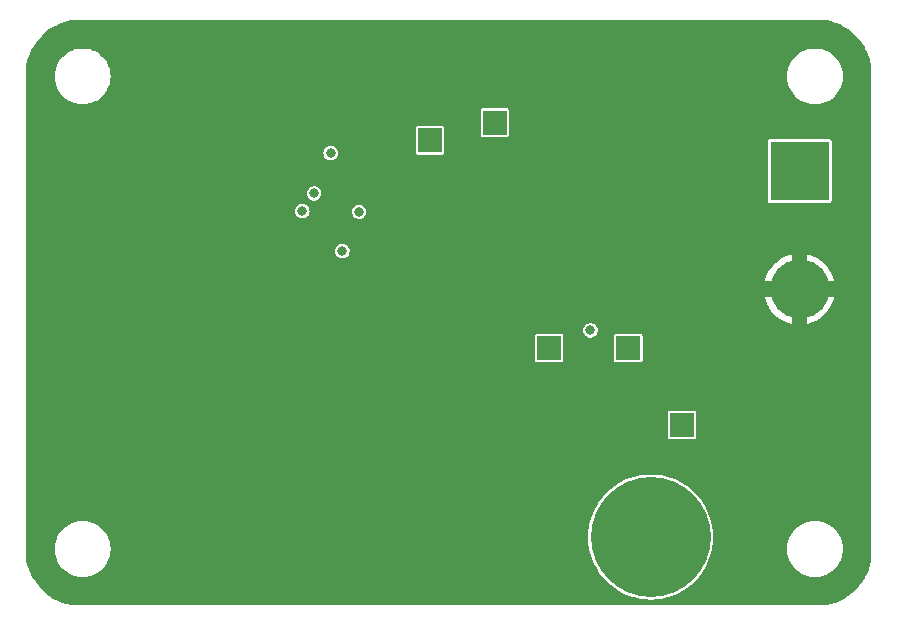
<source format=gbr>
%TF.GenerationSoftware,KiCad,Pcbnew,(6.0.8)*%
%TF.CreationDate,2023-02-10T11:33:07+01:00*%
%TF.ProjectId,power supply prototype,706f7765-7220-4737-9570-706c79207072,rev?*%
%TF.SameCoordinates,Original*%
%TF.FileFunction,Copper,L4,Bot*%
%TF.FilePolarity,Positive*%
%FSLAX46Y46*%
G04 Gerber Fmt 4.6, Leading zero omitted, Abs format (unit mm)*
G04 Created by KiCad (PCBNEW (6.0.8)) date 2023-02-10 11:33:07*
%MOMM*%
%LPD*%
G01*
G04 APERTURE LIST*
%TA.AperFunction,ComponentPad*%
%ADD10R,2.000000X2.000000*%
%TD*%
%TA.AperFunction,ComponentPad*%
%ADD11R,5.000000X5.000000*%
%TD*%
%TA.AperFunction,ComponentPad*%
%ADD12O,5.000000X5.000000*%
%TD*%
%TA.AperFunction,ComponentPad*%
%ADD13C,10.160000*%
%TD*%
%TA.AperFunction,ViaPad*%
%ADD14C,0.800000*%
%TD*%
G04 APERTURE END LIST*
D10*
%TO.P,TP4,1,1*%
%TO.N,/power supply/COMP*%
X134400000Y-78400000D03*
%TD*%
%TO.P,TP1,1,1*%
%TO.N,+BATT*%
X139900000Y-76900000D03*
%TD*%
%TO.P,TP5,1,1*%
%TO.N,Net-(L1-Pad2)*%
X144500000Y-96000000D03*
%TD*%
%TO.P,TP3,1,1*%
%TO.N,+5V*%
X155750000Y-102500000D03*
%TD*%
%TO.P,TP2,1,1*%
%TO.N,+5V*%
X151200000Y-96000000D03*
%TD*%
D11*
%TO.P,XT60_1,1,Pin_1*%
%TO.N,Net-(Drpp1-Pad2)*%
X165700000Y-81000000D03*
D12*
%TO.P,XT60_1,2,Pin_2*%
%TO.N,-BATT*%
X165700000Y-91000000D03*
%TD*%
D13*
%TO.P,J1,1,Pin_1*%
%TO.N,-BATT*%
X123130000Y-112000000D03*
%TO.P,J1,2,Pin_2*%
%TO.N,+5V*%
X153100000Y-112000000D03*
%TD*%
D14*
%TO.N,-BATT*%
X138500000Y-90000000D03*
X126400000Y-86800000D03*
X136750000Y-79500000D03*
X138500000Y-88750000D03*
X128500000Y-86800000D03*
X136750000Y-77750000D03*
X134750000Y-90000000D03*
X137250000Y-88750000D03*
X134750000Y-88750000D03*
X126900000Y-86000000D03*
X133400000Y-75900000D03*
X139500000Y-87750000D03*
X133500000Y-88750000D03*
X136700000Y-75900000D03*
X136000000Y-88750000D03*
X139500000Y-88750000D03*
X136000000Y-90000000D03*
X129000000Y-86000000D03*
X137250000Y-87750000D03*
X134750000Y-87750000D03*
X133500000Y-87750000D03*
X125800000Y-85900000D03*
X127400000Y-86800000D03*
X125300000Y-86700000D03*
X138500000Y-87750000D03*
X137250000Y-90000000D03*
X132100000Y-81200000D03*
X136000000Y-87750000D03*
X136800000Y-81800000D03*
X127900000Y-86000000D03*
%TO.N,/power supply/LX*%
X127000000Y-87800000D03*
X123600000Y-84400000D03*
%TO.N,+5V*%
X126000000Y-79500000D03*
X148000000Y-94500000D03*
%TO.N,/power supply/RESET*%
X124600000Y-82900000D03*
X128399248Y-84454917D03*
%TD*%
%TA.AperFunction,Conductor*%
%TO.N,-BATT*%
G36*
X167954854Y-68210550D02*
G01*
X167957286Y-68211646D01*
X167964113Y-68211474D01*
X167964119Y-68211475D01*
X167964197Y-68211473D01*
X167965455Y-68211608D01*
X167974977Y-68212559D01*
X167975758Y-68212717D01*
X167991462Y-68214406D01*
X168353278Y-68302716D01*
X168361668Y-68305141D01*
X168742622Y-68432822D01*
X168750778Y-68435943D01*
X169104228Y-68588470D01*
X169119670Y-68595134D01*
X169127536Y-68598928D01*
X169481765Y-68788506D01*
X169489285Y-68792946D01*
X169826366Y-69011580D01*
X169833488Y-69016636D01*
X170151042Y-69262784D01*
X170157710Y-69268417D01*
X170453494Y-69540343D01*
X170459657Y-69546506D01*
X170731580Y-69842286D01*
X170737216Y-69848958D01*
X170983364Y-70166512D01*
X170988420Y-70173634D01*
X171207054Y-70510715D01*
X171211491Y-70518230D01*
X171284869Y-70655337D01*
X171401072Y-70872464D01*
X171404865Y-70880328D01*
X171526674Y-71162593D01*
X171564057Y-71249221D01*
X171567178Y-71257378D01*
X171694859Y-71638332D01*
X171697284Y-71646722D01*
X171785464Y-72008003D01*
X171786992Y-72022447D01*
X171787508Y-72025052D01*
X171788423Y-72034377D01*
X171788205Y-72041974D01*
X171789439Y-72044736D01*
X171789493Y-72045289D01*
X171787215Y-89282935D01*
X171783955Y-113948817D01*
X171783908Y-113949282D01*
X171782803Y-113951735D01*
X171782976Y-113958609D01*
X171782975Y-113958616D01*
X171782976Y-113958647D01*
X171782921Y-113959162D01*
X171781899Y-113969379D01*
X171781733Y-113970200D01*
X171780043Y-113985913D01*
X171691731Y-114347724D01*
X171689306Y-114356113D01*
X171561621Y-114737071D01*
X171558503Y-114745220D01*
X171558502Y-114745224D01*
X171558500Y-114745228D01*
X171399311Y-115114109D01*
X171395517Y-115121976D01*
X171341947Y-115222072D01*
X171205932Y-115476217D01*
X171205931Y-115476218D01*
X171201491Y-115483737D01*
X171033434Y-115742839D01*
X170982858Y-115820814D01*
X170977803Y-115827933D01*
X170731662Y-116145476D01*
X170731657Y-116145482D01*
X170726027Y-116152147D01*
X170554180Y-116339072D01*
X170454110Y-116447922D01*
X170447935Y-116454098D01*
X170152137Y-116726038D01*
X170145502Y-116731642D01*
X169827921Y-116977813D01*
X169820814Y-116982858D01*
X169483737Y-117201490D01*
X169476218Y-117205930D01*
X169121966Y-117395522D01*
X169114117Y-117399307D01*
X168745224Y-117558502D01*
X168737067Y-117561623D01*
X168356116Y-117689305D01*
X168347727Y-117691730D01*
X167986448Y-117779913D01*
X167971994Y-117781443D01*
X167969358Y-117781965D01*
X167960100Y-117782873D01*
X167952473Y-117782655D01*
X167949698Y-117783894D01*
X167949139Y-117783949D01*
X104051168Y-117783949D01*
X104050706Y-117783903D01*
X104048265Y-117782803D01*
X104041413Y-117782975D01*
X104041412Y-117782975D01*
X104041353Y-117782976D01*
X104040396Y-117782873D01*
X104030594Y-117781894D01*
X104029795Y-117781733D01*
X104014087Y-117780043D01*
X103652276Y-117691731D01*
X103643887Y-117689306D01*
X103262929Y-117561621D01*
X103254777Y-117558502D01*
X103098968Y-117491263D01*
X102885891Y-117399311D01*
X102878024Y-117395517D01*
X102523782Y-117205931D01*
X102516262Y-117201490D01*
X102179186Y-116982858D01*
X102172065Y-116977802D01*
X102170851Y-116976861D01*
X101854512Y-116731652D01*
X101847847Y-116726022D01*
X101712509Y-116601600D01*
X101552077Y-116454109D01*
X101545902Y-116447935D01*
X101544508Y-116446418D01*
X101273962Y-116152137D01*
X101268358Y-116145502D01*
X101022187Y-115827921D01*
X101017142Y-115820814D01*
X100798510Y-115483737D01*
X100794069Y-115476217D01*
X100756266Y-115405583D01*
X100604478Y-115121966D01*
X100600693Y-115114117D01*
X100441497Y-114745222D01*
X100438377Y-114737067D01*
X100310695Y-114356116D01*
X100308270Y-114347727D01*
X100220087Y-113986448D01*
X100218557Y-113971994D01*
X100218035Y-113969358D01*
X100217127Y-113960100D01*
X100217345Y-113952473D01*
X100216106Y-113949698D01*
X100216051Y-113949139D01*
X100216051Y-113000000D01*
X102634435Y-113000000D01*
X102654673Y-113308768D01*
X102655337Y-113312104D01*
X102655337Y-113312107D01*
X102666970Y-113370587D01*
X102715040Y-113612253D01*
X102814503Y-113905263D01*
X102951361Y-114182782D01*
X103123271Y-114440065D01*
X103327293Y-114672707D01*
X103559935Y-114876729D01*
X103817218Y-115048639D01*
X103820264Y-115050141D01*
X103820269Y-115050144D01*
X103949975Y-115114108D01*
X104094737Y-115185497D01*
X104387747Y-115284960D01*
X104391082Y-115285623D01*
X104391088Y-115285625D01*
X104687893Y-115344663D01*
X104687896Y-115344663D01*
X104691232Y-115345327D01*
X104922724Y-115360500D01*
X105077276Y-115360500D01*
X105308768Y-115345327D01*
X105312104Y-115344663D01*
X105312107Y-115344663D01*
X105608912Y-115285625D01*
X105608918Y-115285623D01*
X105612253Y-115284960D01*
X105905263Y-115185497D01*
X106050025Y-115114108D01*
X106179731Y-115050144D01*
X106179736Y-115050141D01*
X106182782Y-115048639D01*
X106440065Y-114876729D01*
X106672707Y-114672707D01*
X106876729Y-114440065D01*
X106935590Y-114351974D01*
X107046748Y-114185613D01*
X107046749Y-114185612D01*
X107048639Y-114182783D01*
X107185497Y-113905263D01*
X107284960Y-113612253D01*
X107333031Y-113370587D01*
X107344663Y-113312107D01*
X107344663Y-113312104D01*
X107345327Y-113308768D01*
X107365565Y-113000000D01*
X107345327Y-112691232D01*
X107284960Y-112387747D01*
X107185497Y-112094737D01*
X107138778Y-112000000D01*
X147804460Y-112000000D01*
X147824611Y-112461537D01*
X147884911Y-112919561D01*
X147984901Y-113370587D01*
X148123820Y-113811181D01*
X148300611Y-114237992D01*
X148301656Y-114240000D01*
X148301660Y-114240008D01*
X148512878Y-114645754D01*
X148512883Y-114645763D01*
X148513928Y-114647770D01*
X148762148Y-115037397D01*
X148763522Y-115039188D01*
X148763530Y-115039199D01*
X149041998Y-115402105D01*
X149043381Y-115403907D01*
X149355488Y-115744512D01*
X149696093Y-116056619D01*
X149697891Y-116057999D01*
X149697895Y-116058002D01*
X150060801Y-116336470D01*
X150060812Y-116336478D01*
X150062603Y-116337852D01*
X150452230Y-116586072D01*
X150454237Y-116587117D01*
X150454246Y-116587122D01*
X150859992Y-116798340D01*
X150860000Y-116798344D01*
X150862008Y-116799389D01*
X151288819Y-116976180D01*
X151290973Y-116976859D01*
X151290978Y-116976861D01*
X151603506Y-117075401D01*
X151729413Y-117115099D01*
X152180439Y-117215089D01*
X152182683Y-117215384D01*
X152182692Y-117215386D01*
X152376484Y-117240899D01*
X152638463Y-117275389D01*
X153100000Y-117295540D01*
X153102267Y-117295441D01*
X153559270Y-117275488D01*
X153561537Y-117275389D01*
X153823516Y-117240899D01*
X154017308Y-117215386D01*
X154017317Y-117215384D01*
X154019561Y-117215089D01*
X154470587Y-117115099D01*
X154596494Y-117075401D01*
X154909022Y-116976861D01*
X154909027Y-116976859D01*
X154911181Y-116976180D01*
X155337992Y-116799389D01*
X155340000Y-116798344D01*
X155340008Y-116798340D01*
X155745754Y-116587122D01*
X155745763Y-116587117D01*
X155747770Y-116586072D01*
X156137397Y-116337852D01*
X156139188Y-116336478D01*
X156139199Y-116336470D01*
X156502105Y-116058002D01*
X156502109Y-116057999D01*
X156503907Y-116056619D01*
X156844512Y-115744512D01*
X157156619Y-115403907D01*
X157158002Y-115402105D01*
X157436470Y-115039199D01*
X157436478Y-115039188D01*
X157437852Y-115037397D01*
X157686072Y-114647770D01*
X157687117Y-114645763D01*
X157687122Y-114645754D01*
X157898340Y-114240008D01*
X157898344Y-114240000D01*
X157899389Y-114237992D01*
X158076180Y-113811181D01*
X158215099Y-113370587D01*
X158297256Y-113000000D01*
X164634435Y-113000000D01*
X164654673Y-113308768D01*
X164655337Y-113312104D01*
X164655337Y-113312107D01*
X164666970Y-113370587D01*
X164715040Y-113612253D01*
X164814503Y-113905263D01*
X164951361Y-114182782D01*
X165123271Y-114440065D01*
X165327293Y-114672707D01*
X165559935Y-114876729D01*
X165817218Y-115048639D01*
X165820264Y-115050141D01*
X165820269Y-115050144D01*
X165949975Y-115114108D01*
X166094737Y-115185497D01*
X166387747Y-115284960D01*
X166391082Y-115285623D01*
X166391088Y-115285625D01*
X166687893Y-115344663D01*
X166687896Y-115344663D01*
X166691232Y-115345327D01*
X166922724Y-115360500D01*
X167077276Y-115360500D01*
X167308768Y-115345327D01*
X167312104Y-115344663D01*
X167312107Y-115344663D01*
X167608912Y-115285625D01*
X167608918Y-115285623D01*
X167612253Y-115284960D01*
X167905263Y-115185497D01*
X168050025Y-115114108D01*
X168179731Y-115050144D01*
X168179736Y-115050141D01*
X168182782Y-115048639D01*
X168440065Y-114876729D01*
X168672707Y-114672707D01*
X168876729Y-114440065D01*
X168935590Y-114351974D01*
X169046748Y-114185613D01*
X169046749Y-114185612D01*
X169048639Y-114182783D01*
X169185497Y-113905263D01*
X169284960Y-113612253D01*
X169333031Y-113370587D01*
X169344663Y-113312107D01*
X169344663Y-113312104D01*
X169345327Y-113308768D01*
X169365565Y-113000000D01*
X169345327Y-112691232D01*
X169284960Y-112387747D01*
X169185497Y-112094737D01*
X169048639Y-111817218D01*
X168876729Y-111559935D01*
X168672707Y-111327293D01*
X168440065Y-111123271D01*
X168182782Y-110951361D01*
X168179736Y-110949859D01*
X168179731Y-110949856D01*
X168041685Y-110881779D01*
X167905263Y-110814503D01*
X167612253Y-110715040D01*
X167608918Y-110714377D01*
X167608912Y-110714375D01*
X167312107Y-110655337D01*
X167312104Y-110655337D01*
X167308768Y-110654673D01*
X167077276Y-110639500D01*
X166922724Y-110639500D01*
X166691232Y-110654673D01*
X166687896Y-110655337D01*
X166687893Y-110655337D01*
X166391088Y-110714375D01*
X166391082Y-110714377D01*
X166387747Y-110715040D01*
X166094737Y-110814503D01*
X165958315Y-110881779D01*
X165820269Y-110949856D01*
X165820264Y-110949859D01*
X165817218Y-110951361D01*
X165559935Y-111123271D01*
X165327293Y-111327293D01*
X165123271Y-111559935D01*
X164951361Y-111817217D01*
X164814503Y-112094737D01*
X164715040Y-112387747D01*
X164654673Y-112691232D01*
X164634435Y-113000000D01*
X158297256Y-113000000D01*
X158315089Y-112919561D01*
X158375389Y-112461537D01*
X158395540Y-112000000D01*
X158376450Y-111562766D01*
X158375488Y-111540730D01*
X158375389Y-111538463D01*
X158315089Y-111080439D01*
X158215099Y-110629413D01*
X158076180Y-110188819D01*
X157899389Y-109762008D01*
X157898340Y-109759992D01*
X157687122Y-109354246D01*
X157687117Y-109354237D01*
X157686072Y-109352230D01*
X157437852Y-108962603D01*
X157436478Y-108960812D01*
X157436470Y-108960801D01*
X157158002Y-108597895D01*
X157157999Y-108597891D01*
X157156619Y-108596093D01*
X156844512Y-108255488D01*
X156503907Y-107943381D01*
X156502105Y-107941998D01*
X156139199Y-107663530D01*
X156139188Y-107663522D01*
X156137397Y-107662148D01*
X155747770Y-107413928D01*
X155745763Y-107412883D01*
X155745754Y-107412878D01*
X155340008Y-107201660D01*
X155340000Y-107201656D01*
X155337992Y-107200611D01*
X154911181Y-107023820D01*
X154909027Y-107023141D01*
X154909022Y-107023139D01*
X154472737Y-106885579D01*
X154470587Y-106884901D01*
X154019561Y-106784911D01*
X154017317Y-106784616D01*
X154017308Y-106784614D01*
X153823516Y-106759101D01*
X153561537Y-106724611D01*
X153100000Y-106704460D01*
X152638463Y-106724611D01*
X152376484Y-106759101D01*
X152182692Y-106784614D01*
X152182683Y-106784616D01*
X152180439Y-106784911D01*
X151729413Y-106884901D01*
X151727263Y-106885579D01*
X151290978Y-107023139D01*
X151290973Y-107023141D01*
X151288819Y-107023820D01*
X150862008Y-107200611D01*
X150860000Y-107201656D01*
X150859992Y-107201660D01*
X150454246Y-107412878D01*
X150454237Y-107412883D01*
X150452230Y-107413928D01*
X150062603Y-107662148D01*
X150060812Y-107663522D01*
X150060801Y-107663530D01*
X149697895Y-107941998D01*
X149696093Y-107943381D01*
X149355488Y-108255488D01*
X149043381Y-108596093D01*
X149042001Y-108597891D01*
X149041998Y-108597895D01*
X148763530Y-108960801D01*
X148763522Y-108960812D01*
X148762148Y-108962603D01*
X148513928Y-109352230D01*
X148512883Y-109354237D01*
X148512878Y-109354246D01*
X148301660Y-109759992D01*
X148300611Y-109762008D01*
X148123820Y-110188819D01*
X147984901Y-110629413D01*
X147884911Y-111080439D01*
X147824611Y-111538463D01*
X147824512Y-111540730D01*
X147823550Y-111562766D01*
X147804460Y-112000000D01*
X107138778Y-112000000D01*
X107048639Y-111817218D01*
X106876729Y-111559935D01*
X106672707Y-111327293D01*
X106440065Y-111123271D01*
X106182782Y-110951361D01*
X106179736Y-110949859D01*
X106179731Y-110949856D01*
X106041685Y-110881779D01*
X105905263Y-110814503D01*
X105612253Y-110715040D01*
X105608918Y-110714377D01*
X105608912Y-110714375D01*
X105312107Y-110655337D01*
X105312104Y-110655337D01*
X105308768Y-110654673D01*
X105077276Y-110639500D01*
X104922724Y-110639500D01*
X104691232Y-110654673D01*
X104687896Y-110655337D01*
X104687893Y-110655337D01*
X104391088Y-110714375D01*
X104391082Y-110714377D01*
X104387747Y-110715040D01*
X104094737Y-110814503D01*
X103958315Y-110881779D01*
X103820269Y-110949856D01*
X103820264Y-110949859D01*
X103817218Y-110951361D01*
X103559935Y-111123271D01*
X103327293Y-111327293D01*
X103123271Y-111559935D01*
X102951361Y-111817217D01*
X102814503Y-112094737D01*
X102715040Y-112387747D01*
X102654673Y-112691232D01*
X102634435Y-113000000D01*
X100216051Y-113000000D01*
X100216051Y-101479267D01*
X154539500Y-101479267D01*
X154539501Y-103520732D01*
X154551713Y-103582133D01*
X154557401Y-103590646D01*
X154557402Y-103590648D01*
X154592549Y-103643248D01*
X154598238Y-103651762D01*
X154667867Y-103698287D01*
X154729267Y-103710500D01*
X155749800Y-103710500D01*
X156770732Y-103710499D01*
X156775739Y-103709503D01*
X156775741Y-103709503D01*
X156822088Y-103700285D01*
X156822089Y-103700285D01*
X156832133Y-103698287D01*
X156840646Y-103692599D01*
X156840648Y-103692598D01*
X156893248Y-103657451D01*
X156901762Y-103651762D01*
X156948287Y-103582133D01*
X156960500Y-103520733D01*
X156960499Y-101479268D01*
X156948287Y-101417867D01*
X156942599Y-101409354D01*
X156942598Y-101409352D01*
X156907451Y-101356752D01*
X156901762Y-101348238D01*
X156832133Y-101301713D01*
X156770733Y-101289500D01*
X155750200Y-101289500D01*
X154729268Y-101289501D01*
X154724261Y-101290497D01*
X154724259Y-101290497D01*
X154677912Y-101299715D01*
X154677911Y-101299715D01*
X154667867Y-101301713D01*
X154659354Y-101307401D01*
X154659352Y-101307402D01*
X154659351Y-101307403D01*
X154598238Y-101348238D01*
X154551713Y-101417867D01*
X154539500Y-101479267D01*
X100216051Y-101479267D01*
X100216051Y-94979267D01*
X143289500Y-94979267D01*
X143289501Y-97020732D01*
X143301713Y-97082133D01*
X143307401Y-97090646D01*
X143307402Y-97090648D01*
X143342549Y-97143248D01*
X143348238Y-97151762D01*
X143417867Y-97198287D01*
X143479267Y-97210500D01*
X144499800Y-97210500D01*
X145520732Y-97210499D01*
X145525739Y-97209503D01*
X145525741Y-97209503D01*
X145572088Y-97200285D01*
X145572089Y-97200285D01*
X145582133Y-97198287D01*
X145590646Y-97192599D01*
X145590648Y-97192598D01*
X145643248Y-97157451D01*
X145651762Y-97151762D01*
X145698287Y-97082133D01*
X145710500Y-97020733D01*
X145710499Y-94979268D01*
X145698287Y-94917867D01*
X145692599Y-94909354D01*
X145692598Y-94909352D01*
X145657451Y-94856752D01*
X145651762Y-94848238D01*
X145582133Y-94801713D01*
X145520733Y-94789500D01*
X144500200Y-94789500D01*
X143479268Y-94789501D01*
X143474261Y-94790497D01*
X143474259Y-94790497D01*
X143427912Y-94799715D01*
X143427911Y-94799715D01*
X143417867Y-94801713D01*
X143409354Y-94807401D01*
X143409352Y-94807402D01*
X143409351Y-94807403D01*
X143348238Y-94848238D01*
X143301713Y-94917867D01*
X143289500Y-94979267D01*
X100216051Y-94979267D01*
X100216051Y-94493560D01*
X147385050Y-94493560D01*
X147401265Y-94640432D01*
X147452045Y-94779197D01*
X147455542Y-94784401D01*
X147455543Y-94784403D01*
X147498439Y-94848238D01*
X147534460Y-94901843D01*
X147643751Y-95001291D01*
X147773609Y-95071798D01*
X147916537Y-95109294D01*
X147992614Y-95110489D01*
X148058015Y-95111517D01*
X148058019Y-95111517D01*
X148064283Y-95111615D01*
X148208318Y-95078627D01*
X148340327Y-95012233D01*
X148353139Y-95001291D01*
X148378926Y-94979267D01*
X149989500Y-94979267D01*
X149989501Y-97020732D01*
X150001713Y-97082133D01*
X150007401Y-97090646D01*
X150007402Y-97090648D01*
X150042549Y-97143248D01*
X150048238Y-97151762D01*
X150117867Y-97198287D01*
X150179267Y-97210500D01*
X151199800Y-97210500D01*
X152220732Y-97210499D01*
X152225739Y-97209503D01*
X152225741Y-97209503D01*
X152272088Y-97200285D01*
X152272089Y-97200285D01*
X152282133Y-97198287D01*
X152290646Y-97192599D01*
X152290648Y-97192598D01*
X152343248Y-97157451D01*
X152351762Y-97151762D01*
X152398287Y-97082133D01*
X152410500Y-97020733D01*
X152410499Y-94979268D01*
X152398287Y-94917867D01*
X152392599Y-94909354D01*
X152392598Y-94909352D01*
X152357451Y-94856752D01*
X152351762Y-94848238D01*
X152282133Y-94801713D01*
X152220733Y-94789500D01*
X151200200Y-94789500D01*
X150179268Y-94789501D01*
X150174261Y-94790497D01*
X150174259Y-94790497D01*
X150127912Y-94799715D01*
X150127911Y-94799715D01*
X150117867Y-94801713D01*
X150109354Y-94807401D01*
X150109352Y-94807402D01*
X150109351Y-94807403D01*
X150048238Y-94848238D01*
X150001713Y-94917867D01*
X149989500Y-94979267D01*
X148378926Y-94979267D01*
X148418772Y-94945235D01*
X148452688Y-94916268D01*
X148538915Y-94796271D01*
X148594029Y-94659170D01*
X148614849Y-94512879D01*
X148614984Y-94500000D01*
X148597232Y-94353306D01*
X148545001Y-94215080D01*
X148541453Y-94209917D01*
X148541451Y-94209914D01*
X148464856Y-94098469D01*
X148464855Y-94098468D01*
X148461306Y-94093304D01*
X148350980Y-93995006D01*
X148344092Y-93991359D01*
X148225933Y-93928797D01*
X148225931Y-93928796D01*
X148220391Y-93925863D01*
X148214311Y-93924336D01*
X148214309Y-93924335D01*
X148083157Y-93891392D01*
X148077078Y-93889865D01*
X148070812Y-93889832D01*
X148070810Y-93889832D01*
X148004840Y-93889487D01*
X147929315Y-93889092D01*
X147785634Y-93923587D01*
X147780066Y-93926461D01*
X147780063Y-93926462D01*
X147659899Y-93988483D01*
X147659895Y-93988485D01*
X147654328Y-93991359D01*
X147649604Y-93995480D01*
X147547699Y-94084376D01*
X147547696Y-94084379D01*
X147542978Y-94088495D01*
X147539377Y-94093619D01*
X147539374Y-94093622D01*
X147461617Y-94204259D01*
X147458012Y-94209389D01*
X147404337Y-94347060D01*
X147403519Y-94353275D01*
X147403518Y-94353278D01*
X147402695Y-94359533D01*
X147385050Y-94493560D01*
X100216051Y-94493560D01*
X100216051Y-91664451D01*
X162764420Y-91664451D01*
X162833612Y-91928195D01*
X162835465Y-91933896D01*
X162959295Y-92251507D01*
X162961781Y-92256937D01*
X163121303Y-92558219D01*
X163124404Y-92563339D01*
X163317486Y-92844275D01*
X163321156Y-92849007D01*
X163545258Y-93105901D01*
X163549437Y-93110168D01*
X163801586Y-93339606D01*
X163806223Y-93343361D01*
X164083061Y-93542290D01*
X164088129Y-93545506D01*
X164385986Y-93711291D01*
X164391378Y-93713897D01*
X164706316Y-93844349D01*
X164711980Y-93846321D01*
X165036226Y-93938685D01*
X165047595Y-93936945D01*
X165048311Y-93936237D01*
X165050000Y-93929280D01*
X165050000Y-93922389D01*
X166350000Y-93922389D01*
X166354330Y-93935715D01*
X166354667Y-93935960D01*
X166362780Y-93936491D01*
X166415784Y-93926668D01*
X166421591Y-93925241D01*
X166747406Y-93825007D01*
X166753034Y-93822914D01*
X167065175Y-93685894D01*
X167070503Y-93683179D01*
X167364839Y-93511183D01*
X167369816Y-93507877D01*
X167642435Y-93303188D01*
X167646996Y-93299334D01*
X167894288Y-93064664D01*
X167898370Y-93060316D01*
X168117046Y-92798782D01*
X168120614Y-92793979D01*
X168307773Y-92509055D01*
X168310765Y-92503873D01*
X168463937Y-92199326D01*
X168466317Y-92193826D01*
X168583464Y-91873704D01*
X168585200Y-91867953D01*
X168633681Y-91666017D01*
X168632631Y-91652677D01*
X168623140Y-91650000D01*
X166366471Y-91650000D01*
X166353145Y-91654330D01*
X166350000Y-91658659D01*
X166350000Y-93922389D01*
X165050000Y-93922389D01*
X165050000Y-91666471D01*
X165045670Y-91653145D01*
X165041341Y-91650000D01*
X162777100Y-91650000D01*
X162764721Y-91654022D01*
X162764420Y-91664451D01*
X100216051Y-91664451D01*
X100216051Y-90333870D01*
X162766021Y-90333870D01*
X162767548Y-90347697D01*
X162776235Y-90350000D01*
X165033529Y-90350000D01*
X165046855Y-90345670D01*
X165050000Y-90341341D01*
X165050000Y-90333529D01*
X166350000Y-90333529D01*
X166354330Y-90346855D01*
X166358659Y-90350000D01*
X168623658Y-90350000D01*
X168636984Y-90345670D01*
X168637401Y-90345095D01*
X168637942Y-90337467D01*
X168634003Y-90314902D01*
X168632640Y-90309090D01*
X168535819Y-89982228D01*
X168533787Y-89976585D01*
X168400047Y-89663038D01*
X168397378Y-89657661D01*
X168228480Y-89361549D01*
X168225222Y-89356533D01*
X168023411Y-89081800D01*
X168019589Y-89077180D01*
X167787544Y-88827472D01*
X167783208Y-88823313D01*
X167523989Y-88601919D01*
X167519235Y-88598310D01*
X167236278Y-88408171D01*
X167231126Y-88405124D01*
X166928197Y-88248771D01*
X166922737Y-88246340D01*
X166603836Y-88125837D01*
X166598144Y-88124053D01*
X166365974Y-88065736D01*
X166352805Y-88066633D01*
X166350000Y-88076384D01*
X166350000Y-90333529D01*
X165050000Y-90333529D01*
X165050000Y-88079421D01*
X165045755Y-88066357D01*
X165036489Y-88065896D01*
X164892634Y-88097261D01*
X164886893Y-88098864D01*
X164564368Y-88209289D01*
X164558822Y-88211552D01*
X164251131Y-88358313D01*
X164245893Y-88361193D01*
X163957113Y-88542344D01*
X163952226Y-88545817D01*
X163686184Y-88758957D01*
X163681734Y-88762965D01*
X163441950Y-89005273D01*
X163437993Y-89009761D01*
X163227646Y-89278026D01*
X163224234Y-89282935D01*
X163046106Y-89573613D01*
X163043289Y-89578865D01*
X162899748Y-89888100D01*
X162897553Y-89893643D01*
X162790514Y-90217301D01*
X162788962Y-90223093D01*
X162766021Y-90333870D01*
X100216051Y-90333870D01*
X100216051Y-87793560D01*
X126385050Y-87793560D01*
X126401265Y-87940432D01*
X126433521Y-88028576D01*
X126447178Y-88065896D01*
X126452045Y-88079197D01*
X126455542Y-88084401D01*
X126455543Y-88084403D01*
X126466939Y-88101361D01*
X126534460Y-88201843D01*
X126643751Y-88301291D01*
X126773609Y-88371798D01*
X126916537Y-88409294D01*
X126992614Y-88410489D01*
X127058015Y-88411517D01*
X127058019Y-88411517D01*
X127064283Y-88411615D01*
X127208318Y-88378627D01*
X127340327Y-88312233D01*
X127353139Y-88301291D01*
X127447919Y-88220341D01*
X127452688Y-88216268D01*
X127538915Y-88096271D01*
X127546910Y-88076384D01*
X127591690Y-87964989D01*
X127591690Y-87964987D01*
X127594029Y-87959170D01*
X127614849Y-87812879D01*
X127614984Y-87800000D01*
X127597232Y-87653306D01*
X127545001Y-87515080D01*
X127541453Y-87509917D01*
X127541451Y-87509914D01*
X127464856Y-87398469D01*
X127464855Y-87398468D01*
X127461306Y-87393304D01*
X127350980Y-87295006D01*
X127344092Y-87291359D01*
X127225933Y-87228797D01*
X127225931Y-87228796D01*
X127220391Y-87225863D01*
X127214311Y-87224336D01*
X127214309Y-87224335D01*
X127083157Y-87191392D01*
X127077078Y-87189865D01*
X127070812Y-87189832D01*
X127070810Y-87189832D01*
X127004840Y-87189487D01*
X126929315Y-87189092D01*
X126785634Y-87223587D01*
X126780066Y-87226461D01*
X126780063Y-87226462D01*
X126659899Y-87288483D01*
X126659895Y-87288485D01*
X126654328Y-87291359D01*
X126649604Y-87295480D01*
X126547699Y-87384376D01*
X126547696Y-87384379D01*
X126542978Y-87388495D01*
X126539377Y-87393619D01*
X126539374Y-87393622D01*
X126461617Y-87504259D01*
X126458012Y-87509389D01*
X126404337Y-87647060D01*
X126403519Y-87653275D01*
X126403518Y-87653278D01*
X126402695Y-87659533D01*
X126385050Y-87793560D01*
X100216051Y-87793560D01*
X100216051Y-84393560D01*
X122985050Y-84393560D01*
X123001265Y-84540432D01*
X123052045Y-84679197D01*
X123055542Y-84684401D01*
X123055543Y-84684403D01*
X123096514Y-84745373D01*
X123134460Y-84801843D01*
X123243751Y-84901291D01*
X123373609Y-84971798D01*
X123516537Y-85009294D01*
X123592614Y-85010489D01*
X123658015Y-85011517D01*
X123658019Y-85011517D01*
X123664283Y-85011615D01*
X123808318Y-84978627D01*
X123940327Y-84912233D01*
X123953139Y-84901291D01*
X124047919Y-84820341D01*
X124052688Y-84816268D01*
X124138915Y-84696271D01*
X124169614Y-84619906D01*
X124191690Y-84564989D01*
X124191690Y-84564987D01*
X124194029Y-84559170D01*
X124209783Y-84448477D01*
X127784298Y-84448477D01*
X127800513Y-84595349D01*
X127851293Y-84734114D01*
X127854790Y-84739318D01*
X127854791Y-84739320D01*
X127899640Y-84806061D01*
X127933708Y-84856760D01*
X128042999Y-84956208D01*
X128172857Y-85026715D01*
X128315785Y-85064211D01*
X128391862Y-85065406D01*
X128457263Y-85066434D01*
X128457267Y-85066434D01*
X128463531Y-85066532D01*
X128607566Y-85033544D01*
X128739575Y-84967150D01*
X128752387Y-84956208D01*
X128847167Y-84875258D01*
X128851936Y-84871185D01*
X128938163Y-84751188D01*
X128958194Y-84701361D01*
X128990938Y-84619906D01*
X128990938Y-84619904D01*
X128993277Y-84614087D01*
X129014097Y-84467796D01*
X129014232Y-84454917D01*
X128996480Y-84308223D01*
X128944249Y-84169997D01*
X128940701Y-84164834D01*
X128940699Y-84164831D01*
X128864104Y-84053386D01*
X128864103Y-84053385D01*
X128860554Y-84048221D01*
X128850534Y-84039293D01*
X128754912Y-83954096D01*
X128754910Y-83954095D01*
X128750228Y-83949923D01*
X128743340Y-83946276D01*
X128625181Y-83883714D01*
X128625179Y-83883713D01*
X128619639Y-83880780D01*
X128613559Y-83879253D01*
X128613557Y-83879252D01*
X128482405Y-83846309D01*
X128476326Y-83844782D01*
X128470060Y-83844749D01*
X128470058Y-83844749D01*
X128404088Y-83844404D01*
X128328563Y-83844009D01*
X128184882Y-83878504D01*
X128179314Y-83881378D01*
X128179311Y-83881379D01*
X128059147Y-83943400D01*
X128059143Y-83943402D01*
X128053576Y-83946276D01*
X128048852Y-83950397D01*
X127946947Y-84039293D01*
X127946944Y-84039296D01*
X127942226Y-84043412D01*
X127938625Y-84048536D01*
X127938622Y-84048539D01*
X127860865Y-84159176D01*
X127857260Y-84164306D01*
X127803585Y-84301977D01*
X127802767Y-84308192D01*
X127802766Y-84308195D01*
X127785116Y-84442262D01*
X127784298Y-84448477D01*
X124209783Y-84448477D01*
X124214849Y-84412879D01*
X124214984Y-84400000D01*
X124203874Y-84308195D01*
X124197986Y-84259533D01*
X124197985Y-84259529D01*
X124197232Y-84253306D01*
X124145001Y-84115080D01*
X124141453Y-84109917D01*
X124141451Y-84109914D01*
X124064856Y-83998469D01*
X124064855Y-83998468D01*
X124061306Y-83993304D01*
X124051286Y-83984376D01*
X123955664Y-83899179D01*
X123955662Y-83899178D01*
X123950980Y-83895006D01*
X123944092Y-83891359D01*
X123825933Y-83828797D01*
X123825931Y-83828796D01*
X123820391Y-83825863D01*
X123814311Y-83824336D01*
X123814309Y-83824335D01*
X123683157Y-83791392D01*
X123677078Y-83789865D01*
X123670812Y-83789832D01*
X123670810Y-83789832D01*
X123604840Y-83789487D01*
X123529315Y-83789092D01*
X123385634Y-83823587D01*
X123380066Y-83826461D01*
X123380063Y-83826462D01*
X123259899Y-83888483D01*
X123259895Y-83888485D01*
X123254328Y-83891359D01*
X123249604Y-83895480D01*
X123147699Y-83984376D01*
X123147696Y-83984379D01*
X123142978Y-83988495D01*
X123139377Y-83993619D01*
X123139374Y-83993622D01*
X123061617Y-84104259D01*
X123058012Y-84109389D01*
X123004337Y-84247060D01*
X123003519Y-84253275D01*
X123003518Y-84253278D01*
X122995465Y-84314450D01*
X122985050Y-84393560D01*
X100216051Y-84393560D01*
X100216051Y-82893560D01*
X123985050Y-82893560D01*
X124001265Y-83040432D01*
X124052045Y-83179197D01*
X124055542Y-83184401D01*
X124055543Y-83184403D01*
X124066939Y-83201361D01*
X124134460Y-83301843D01*
X124243751Y-83401291D01*
X124373609Y-83471798D01*
X124516537Y-83509294D01*
X124592614Y-83510489D01*
X124658015Y-83511517D01*
X124658019Y-83511517D01*
X124664283Y-83511615D01*
X124808318Y-83478627D01*
X124940327Y-83412233D01*
X124953139Y-83401291D01*
X125047919Y-83320341D01*
X125052688Y-83316268D01*
X125138915Y-83196271D01*
X125194029Y-83059170D01*
X125214849Y-82912879D01*
X125214984Y-82900000D01*
X125197232Y-82753306D01*
X125145001Y-82615080D01*
X125141453Y-82609917D01*
X125141451Y-82609914D01*
X125064856Y-82498469D01*
X125064855Y-82498468D01*
X125061306Y-82493304D01*
X124950980Y-82395006D01*
X124944092Y-82391359D01*
X124825933Y-82328797D01*
X124825931Y-82328796D01*
X124820391Y-82325863D01*
X124814311Y-82324336D01*
X124814309Y-82324335D01*
X124683157Y-82291392D01*
X124677078Y-82289865D01*
X124670812Y-82289832D01*
X124670810Y-82289832D01*
X124604840Y-82289487D01*
X124529315Y-82289092D01*
X124385634Y-82323587D01*
X124380066Y-82326461D01*
X124380063Y-82326462D01*
X124259899Y-82388483D01*
X124259895Y-82388485D01*
X124254328Y-82391359D01*
X124249604Y-82395480D01*
X124147699Y-82484376D01*
X124147696Y-82484379D01*
X124142978Y-82488495D01*
X124139377Y-82493619D01*
X124139374Y-82493622D01*
X124061617Y-82604259D01*
X124058012Y-82609389D01*
X124004337Y-82747060D01*
X124003519Y-82753275D01*
X124003518Y-82753278D01*
X124002695Y-82759533D01*
X123985050Y-82893560D01*
X100216051Y-82893560D01*
X100216051Y-79493560D01*
X125385050Y-79493560D01*
X125401265Y-79640432D01*
X125452045Y-79779197D01*
X125455542Y-79784401D01*
X125455543Y-79784403D01*
X125466939Y-79801361D01*
X125534460Y-79901843D01*
X125643751Y-80001291D01*
X125773609Y-80071798D01*
X125916537Y-80109294D01*
X125992614Y-80110489D01*
X126058015Y-80111517D01*
X126058019Y-80111517D01*
X126064283Y-80111615D01*
X126208318Y-80078627D01*
X126340327Y-80012233D01*
X126353139Y-80001291D01*
X126447919Y-79920341D01*
X126452688Y-79916268D01*
X126538915Y-79796271D01*
X126594029Y-79659170D01*
X126601098Y-79609504D01*
X126614369Y-79516251D01*
X126614849Y-79512879D01*
X126614984Y-79500000D01*
X126605392Y-79420733D01*
X126597986Y-79359533D01*
X126597985Y-79359529D01*
X126597232Y-79353306D01*
X126545001Y-79215080D01*
X126541453Y-79209917D01*
X126541451Y-79209914D01*
X126464856Y-79098469D01*
X126464855Y-79098468D01*
X126461306Y-79093304D01*
X126350980Y-78995006D01*
X126344092Y-78991359D01*
X126225933Y-78928797D01*
X126225931Y-78928796D01*
X126220391Y-78925863D01*
X126214311Y-78924336D01*
X126214309Y-78924335D01*
X126083157Y-78891392D01*
X126077078Y-78889865D01*
X126070812Y-78889832D01*
X126070810Y-78889832D01*
X126004840Y-78889487D01*
X125929315Y-78889092D01*
X125785634Y-78923587D01*
X125780066Y-78926461D01*
X125780063Y-78926462D01*
X125659899Y-78988483D01*
X125659895Y-78988485D01*
X125654328Y-78991359D01*
X125649604Y-78995480D01*
X125547699Y-79084376D01*
X125547696Y-79084379D01*
X125542978Y-79088495D01*
X125539377Y-79093619D01*
X125539374Y-79093622D01*
X125461617Y-79204259D01*
X125458012Y-79209389D01*
X125404337Y-79347060D01*
X125403519Y-79353275D01*
X125403518Y-79353278D01*
X125394638Y-79420732D01*
X125385050Y-79493560D01*
X100216051Y-79493560D01*
X100216051Y-77379267D01*
X133189500Y-77379267D01*
X133189501Y-79420732D01*
X133201713Y-79482133D01*
X133207401Y-79490646D01*
X133207402Y-79490648D01*
X133222257Y-79512879D01*
X133248238Y-79551762D01*
X133317867Y-79598287D01*
X133379267Y-79610500D01*
X134399800Y-79610500D01*
X135420732Y-79610499D01*
X135425739Y-79609503D01*
X135425741Y-79609503D01*
X135472088Y-79600285D01*
X135472089Y-79600285D01*
X135482133Y-79598287D01*
X135490646Y-79592599D01*
X135490648Y-79592598D01*
X135543248Y-79557451D01*
X135551762Y-79551762D01*
X135598287Y-79482133D01*
X135610500Y-79420733D01*
X135610500Y-78479267D01*
X162989500Y-78479267D01*
X162989501Y-83520732D01*
X163001713Y-83582133D01*
X163007401Y-83590646D01*
X163007402Y-83590648D01*
X163042549Y-83643248D01*
X163048238Y-83651762D01*
X163117867Y-83698287D01*
X163179267Y-83710500D01*
X165699753Y-83710500D01*
X168220732Y-83710499D01*
X168225739Y-83709503D01*
X168225741Y-83709503D01*
X168272088Y-83700285D01*
X168272089Y-83700285D01*
X168282133Y-83698287D01*
X168290646Y-83692599D01*
X168290648Y-83692598D01*
X168343248Y-83657451D01*
X168351762Y-83651762D01*
X168398287Y-83582133D01*
X168410500Y-83520733D01*
X168410499Y-78479268D01*
X168398287Y-78417867D01*
X168392599Y-78409354D01*
X168392598Y-78409352D01*
X168357451Y-78356752D01*
X168351762Y-78348238D01*
X168282133Y-78301713D01*
X168220733Y-78289500D01*
X165700247Y-78289500D01*
X163179268Y-78289501D01*
X163174261Y-78290497D01*
X163174259Y-78290497D01*
X163127912Y-78299715D01*
X163127911Y-78299715D01*
X163117867Y-78301713D01*
X163109354Y-78307401D01*
X163109352Y-78307402D01*
X163109351Y-78307403D01*
X163048238Y-78348238D01*
X163001713Y-78417867D01*
X162989500Y-78479267D01*
X135610500Y-78479267D01*
X135610499Y-77379268D01*
X135598287Y-77317867D01*
X135592599Y-77309354D01*
X135592598Y-77309352D01*
X135557451Y-77256752D01*
X135551762Y-77248238D01*
X135482133Y-77201713D01*
X135420733Y-77189500D01*
X134400200Y-77189500D01*
X133379268Y-77189501D01*
X133374261Y-77190497D01*
X133374259Y-77190497D01*
X133327912Y-77199715D01*
X133327911Y-77199715D01*
X133317867Y-77201713D01*
X133309354Y-77207401D01*
X133309352Y-77207402D01*
X133309351Y-77207403D01*
X133248238Y-77248238D01*
X133201713Y-77317867D01*
X133189500Y-77379267D01*
X100216051Y-77379267D01*
X100216051Y-75879267D01*
X138689500Y-75879267D01*
X138689501Y-77920732D01*
X138701713Y-77982133D01*
X138707401Y-77990646D01*
X138707402Y-77990648D01*
X138742549Y-78043248D01*
X138748238Y-78051762D01*
X138817867Y-78098287D01*
X138879267Y-78110500D01*
X139899800Y-78110500D01*
X140920732Y-78110499D01*
X140925739Y-78109503D01*
X140925741Y-78109503D01*
X140972088Y-78100285D01*
X140972089Y-78100285D01*
X140982133Y-78098287D01*
X140990646Y-78092599D01*
X140990648Y-78092598D01*
X141043248Y-78057451D01*
X141051762Y-78051762D01*
X141098287Y-77982133D01*
X141110500Y-77920733D01*
X141110499Y-75879268D01*
X141098287Y-75817867D01*
X141092599Y-75809354D01*
X141092598Y-75809352D01*
X141057451Y-75756752D01*
X141051762Y-75748238D01*
X140982133Y-75701713D01*
X140920733Y-75689500D01*
X139900200Y-75689500D01*
X138879268Y-75689501D01*
X138874261Y-75690497D01*
X138874259Y-75690497D01*
X138827912Y-75699715D01*
X138827911Y-75699715D01*
X138817867Y-75701713D01*
X138809354Y-75707401D01*
X138809352Y-75707402D01*
X138809351Y-75707403D01*
X138748238Y-75748238D01*
X138701713Y-75817867D01*
X138689500Y-75879267D01*
X100216051Y-75879267D01*
X100216051Y-73000000D01*
X102634435Y-73000000D01*
X102654673Y-73308768D01*
X102715040Y-73612253D01*
X102814503Y-73905263D01*
X102951361Y-74182782D01*
X103123271Y-74440065D01*
X103327293Y-74672707D01*
X103559935Y-74876729D01*
X103817218Y-75048639D01*
X103820264Y-75050141D01*
X103820269Y-75050144D01*
X103958315Y-75118221D01*
X104094737Y-75185497D01*
X104387747Y-75284960D01*
X104391082Y-75285623D01*
X104391088Y-75285625D01*
X104687893Y-75344663D01*
X104687896Y-75344663D01*
X104691232Y-75345327D01*
X104922724Y-75360500D01*
X105077276Y-75360500D01*
X105308768Y-75345327D01*
X105312104Y-75344663D01*
X105312107Y-75344663D01*
X105608912Y-75285625D01*
X105608918Y-75285623D01*
X105612253Y-75284960D01*
X105905263Y-75185497D01*
X106041685Y-75118221D01*
X106179731Y-75050144D01*
X106179736Y-75050141D01*
X106182782Y-75048639D01*
X106440065Y-74876729D01*
X106672707Y-74672707D01*
X106876729Y-74440065D01*
X107048639Y-74182783D01*
X107185497Y-73905263D01*
X107284960Y-73612253D01*
X107345327Y-73308768D01*
X107365565Y-73000000D01*
X164634435Y-73000000D01*
X164654673Y-73308768D01*
X164715040Y-73612253D01*
X164814503Y-73905263D01*
X164951361Y-74182782D01*
X165123271Y-74440065D01*
X165327293Y-74672707D01*
X165559935Y-74876729D01*
X165817218Y-75048639D01*
X165820264Y-75050141D01*
X165820269Y-75050144D01*
X165958315Y-75118221D01*
X166094737Y-75185497D01*
X166387747Y-75284960D01*
X166391082Y-75285623D01*
X166391088Y-75285625D01*
X166687893Y-75344663D01*
X166687896Y-75344663D01*
X166691232Y-75345327D01*
X166922724Y-75360500D01*
X167077276Y-75360500D01*
X167308768Y-75345327D01*
X167312104Y-75344663D01*
X167312107Y-75344663D01*
X167608912Y-75285625D01*
X167608918Y-75285623D01*
X167612253Y-75284960D01*
X167905263Y-75185497D01*
X168041685Y-75118221D01*
X168179731Y-75050144D01*
X168179736Y-75050141D01*
X168182782Y-75048639D01*
X168440065Y-74876729D01*
X168672707Y-74672707D01*
X168876729Y-74440065D01*
X169048639Y-74182783D01*
X169185497Y-73905263D01*
X169284960Y-73612253D01*
X169345327Y-73308768D01*
X169365565Y-73000000D01*
X169345327Y-72691232D01*
X169284960Y-72387747D01*
X169185497Y-72094737D01*
X169048639Y-71817218D01*
X168876729Y-71559935D01*
X168672707Y-71327293D01*
X168588263Y-71253237D01*
X168484903Y-71162593D01*
X168440065Y-71123271D01*
X168182782Y-70951361D01*
X168179736Y-70949859D01*
X168179731Y-70949856D01*
X168022796Y-70872464D01*
X167905263Y-70814503D01*
X167612253Y-70715040D01*
X167608918Y-70714377D01*
X167608912Y-70714375D01*
X167312107Y-70655337D01*
X167312104Y-70655337D01*
X167308768Y-70654673D01*
X167077276Y-70639500D01*
X166922724Y-70639500D01*
X166691232Y-70654673D01*
X166687896Y-70655337D01*
X166687893Y-70655337D01*
X166391088Y-70714375D01*
X166391082Y-70714377D01*
X166387747Y-70715040D01*
X166094737Y-70814503D01*
X165977204Y-70872464D01*
X165820269Y-70949856D01*
X165820264Y-70949859D01*
X165817218Y-70951361D01*
X165559935Y-71123271D01*
X165515097Y-71162593D01*
X165411738Y-71253237D01*
X165327293Y-71327293D01*
X165123271Y-71559935D01*
X165121382Y-71562762D01*
X165121379Y-71562766D01*
X164975070Y-71781734D01*
X164951361Y-71817217D01*
X164814503Y-72094737D01*
X164715040Y-72387747D01*
X164654673Y-72691232D01*
X164634435Y-73000000D01*
X107365565Y-73000000D01*
X107345327Y-72691232D01*
X107284960Y-72387747D01*
X107185497Y-72094737D01*
X107048639Y-71817218D01*
X106876729Y-71559935D01*
X106672707Y-71327293D01*
X106588263Y-71253237D01*
X106484903Y-71162593D01*
X106440065Y-71123271D01*
X106182782Y-70951361D01*
X106179736Y-70949859D01*
X106179731Y-70949856D01*
X106022796Y-70872464D01*
X105905263Y-70814503D01*
X105612253Y-70715040D01*
X105608918Y-70714377D01*
X105608912Y-70714375D01*
X105312107Y-70655337D01*
X105312104Y-70655337D01*
X105308768Y-70654673D01*
X105077276Y-70639500D01*
X104922724Y-70639500D01*
X104691232Y-70654673D01*
X104687896Y-70655337D01*
X104687893Y-70655337D01*
X104391088Y-70714375D01*
X104391082Y-70714377D01*
X104387747Y-70715040D01*
X104094737Y-70814503D01*
X103977204Y-70872464D01*
X103820269Y-70949856D01*
X103820264Y-70949859D01*
X103817218Y-70951361D01*
X103559935Y-71123271D01*
X103515097Y-71162593D01*
X103411738Y-71253237D01*
X103327293Y-71327293D01*
X103123271Y-71559935D01*
X103121382Y-71562762D01*
X103121379Y-71562766D01*
X102975070Y-71781734D01*
X102951361Y-71817217D01*
X102814503Y-72094737D01*
X102715040Y-72387747D01*
X102654673Y-72691232D01*
X102634435Y-73000000D01*
X100216051Y-73000000D01*
X100216051Y-72051167D01*
X100216097Y-72050705D01*
X100217197Y-72048264D01*
X100217025Y-72041411D01*
X100217024Y-72041353D01*
X100217125Y-72040410D01*
X100218106Y-72030593D01*
X100218268Y-72029792D01*
X100219957Y-72014088D01*
X100308267Y-71652272D01*
X100310692Y-71643882D01*
X100438373Y-71262928D01*
X100441494Y-71254771D01*
X100443889Y-71249221D01*
X100600686Y-70885878D01*
X100604479Y-70878014D01*
X100658045Y-70777925D01*
X100794060Y-70523780D01*
X100798497Y-70516265D01*
X100873006Y-70401391D01*
X101017131Y-70179184D01*
X101022187Y-70172062D01*
X101268340Y-69854503D01*
X101273976Y-69847832D01*
X101545888Y-69552063D01*
X101552064Y-69545887D01*
X101847832Y-69273976D01*
X101854503Y-69268340D01*
X102172063Y-69022186D01*
X102179185Y-69017130D01*
X102516265Y-68798497D01*
X102523785Y-68794057D01*
X102878015Y-68604479D01*
X102885881Y-68600685D01*
X102889953Y-68598928D01*
X103254773Y-68441494D01*
X103262929Y-68438373D01*
X103643883Y-68310691D01*
X103652273Y-68308266D01*
X104013553Y-68220087D01*
X104028008Y-68218557D01*
X104030664Y-68218031D01*
X104039881Y-68217126D01*
X104047525Y-68217345D01*
X104050308Y-68216102D01*
X104050871Y-68216047D01*
X139249926Y-68212994D01*
X167954394Y-68210504D01*
X167954854Y-68210550D01*
G37*
%TD.AperFunction*%
%TD*%
M02*

</source>
